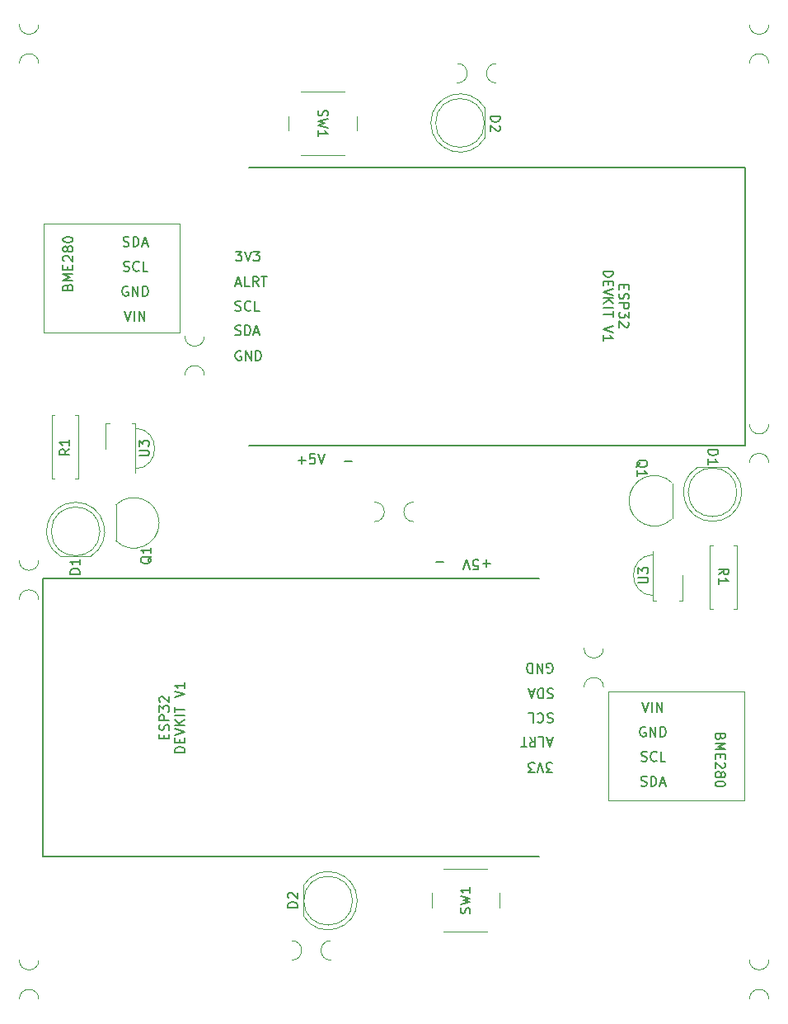
<source format=gbr>
%TF.GenerationSoftware,KiCad,Pcbnew,8.0.1*%
%TF.CreationDate,2024-04-19T12:23:10+07:00*%
%TF.ProjectId,AC_controller_print,41435f63-6f6e-4747-926f-6c6c65725f70,v3.0*%
%TF.SameCoordinates,Original*%
%TF.FileFunction,Legend,Top*%
%TF.FilePolarity,Positive*%
%FSLAX46Y46*%
G04 Gerber Fmt 4.6, Leading zero omitted, Abs format (unit mm)*
G04 Created by KiCad (PCBNEW 8.0.1) date 2024-04-19 12:23:10*
%MOMM*%
%LPD*%
G01*
G04 APERTURE LIST*
%ADD10C,0.187500*%
%ADD11C,0.150000*%
%ADD12C,0.120000*%
%ADD13C,0.127000*%
%ADD14C,0.100000*%
G04 APERTURE END LIST*
D10*
X130225884Y-68317143D02*
X130225884Y-68650476D01*
X129702074Y-68793333D02*
X129702074Y-68317143D01*
X129702074Y-68317143D02*
X130702074Y-68317143D01*
X130702074Y-68317143D02*
X130702074Y-68793333D01*
X129749694Y-69174286D02*
X129702074Y-69317143D01*
X129702074Y-69317143D02*
X129702074Y-69555238D01*
X129702074Y-69555238D02*
X129749694Y-69650476D01*
X129749694Y-69650476D02*
X129797313Y-69698095D01*
X129797313Y-69698095D02*
X129892551Y-69745714D01*
X129892551Y-69745714D02*
X129987789Y-69745714D01*
X129987789Y-69745714D02*
X130083027Y-69698095D01*
X130083027Y-69698095D02*
X130130646Y-69650476D01*
X130130646Y-69650476D02*
X130178265Y-69555238D01*
X130178265Y-69555238D02*
X130225884Y-69364762D01*
X130225884Y-69364762D02*
X130273503Y-69269524D01*
X130273503Y-69269524D02*
X130321122Y-69221905D01*
X130321122Y-69221905D02*
X130416360Y-69174286D01*
X130416360Y-69174286D02*
X130511598Y-69174286D01*
X130511598Y-69174286D02*
X130606836Y-69221905D01*
X130606836Y-69221905D02*
X130654455Y-69269524D01*
X130654455Y-69269524D02*
X130702074Y-69364762D01*
X130702074Y-69364762D02*
X130702074Y-69602857D01*
X130702074Y-69602857D02*
X130654455Y-69745714D01*
X129702074Y-70174286D02*
X130702074Y-70174286D01*
X130702074Y-70174286D02*
X130702074Y-70555238D01*
X130702074Y-70555238D02*
X130654455Y-70650476D01*
X130654455Y-70650476D02*
X130606836Y-70698095D01*
X130606836Y-70698095D02*
X130511598Y-70745714D01*
X130511598Y-70745714D02*
X130368741Y-70745714D01*
X130368741Y-70745714D02*
X130273503Y-70698095D01*
X130273503Y-70698095D02*
X130225884Y-70650476D01*
X130225884Y-70650476D02*
X130178265Y-70555238D01*
X130178265Y-70555238D02*
X130178265Y-70174286D01*
X130702074Y-71079048D02*
X130702074Y-71698095D01*
X130702074Y-71698095D02*
X130321122Y-71364762D01*
X130321122Y-71364762D02*
X130321122Y-71507619D01*
X130321122Y-71507619D02*
X130273503Y-71602857D01*
X130273503Y-71602857D02*
X130225884Y-71650476D01*
X130225884Y-71650476D02*
X130130646Y-71698095D01*
X130130646Y-71698095D02*
X129892551Y-71698095D01*
X129892551Y-71698095D02*
X129797313Y-71650476D01*
X129797313Y-71650476D02*
X129749694Y-71602857D01*
X129749694Y-71602857D02*
X129702074Y-71507619D01*
X129702074Y-71507619D02*
X129702074Y-71221905D01*
X129702074Y-71221905D02*
X129749694Y-71126667D01*
X129749694Y-71126667D02*
X129797313Y-71079048D01*
X130606836Y-72079048D02*
X130654455Y-72126667D01*
X130654455Y-72126667D02*
X130702074Y-72221905D01*
X130702074Y-72221905D02*
X130702074Y-72460000D01*
X130702074Y-72460000D02*
X130654455Y-72555238D01*
X130654455Y-72555238D02*
X130606836Y-72602857D01*
X130606836Y-72602857D02*
X130511598Y-72650476D01*
X130511598Y-72650476D02*
X130416360Y-72650476D01*
X130416360Y-72650476D02*
X130273503Y-72602857D01*
X130273503Y-72602857D02*
X129702074Y-72031429D01*
X129702074Y-72031429D02*
X129702074Y-72650476D01*
X128092130Y-66912381D02*
X129092130Y-66912381D01*
X129092130Y-66912381D02*
X129092130Y-67150476D01*
X129092130Y-67150476D02*
X129044511Y-67293333D01*
X129044511Y-67293333D02*
X128949273Y-67388571D01*
X128949273Y-67388571D02*
X128854035Y-67436190D01*
X128854035Y-67436190D02*
X128663559Y-67483809D01*
X128663559Y-67483809D02*
X128520702Y-67483809D01*
X128520702Y-67483809D02*
X128330226Y-67436190D01*
X128330226Y-67436190D02*
X128234988Y-67388571D01*
X128234988Y-67388571D02*
X128139750Y-67293333D01*
X128139750Y-67293333D02*
X128092130Y-67150476D01*
X128092130Y-67150476D02*
X128092130Y-66912381D01*
X128615940Y-67912381D02*
X128615940Y-68245714D01*
X128092130Y-68388571D02*
X128092130Y-67912381D01*
X128092130Y-67912381D02*
X129092130Y-67912381D01*
X129092130Y-67912381D02*
X129092130Y-68388571D01*
X129092130Y-68674286D02*
X128092130Y-69007619D01*
X128092130Y-69007619D02*
X129092130Y-69340952D01*
X128092130Y-69674286D02*
X129092130Y-69674286D01*
X128092130Y-70245714D02*
X128663559Y-69817143D01*
X129092130Y-70245714D02*
X128520702Y-69674286D01*
X128092130Y-70674286D02*
X129092130Y-70674286D01*
X129092130Y-71007619D02*
X129092130Y-71579047D01*
X128092130Y-71293333D02*
X129092130Y-71293333D01*
X129092130Y-72531429D02*
X128092130Y-72864762D01*
X128092130Y-72864762D02*
X129092130Y-73198095D01*
X128092130Y-74055238D02*
X128092130Y-73483810D01*
X128092130Y-73769524D02*
X129092130Y-73769524D01*
X129092130Y-73769524D02*
X128949273Y-73674286D01*
X128949273Y-73674286D02*
X128854035Y-73579048D01*
X128854035Y-73579048D02*
X128806416Y-73483810D01*
D11*
X90850588Y-75107438D02*
X90755350Y-75059819D01*
X90755350Y-75059819D02*
X90612493Y-75059819D01*
X90612493Y-75059819D02*
X90469636Y-75107438D01*
X90469636Y-75107438D02*
X90374398Y-75202676D01*
X90374398Y-75202676D02*
X90326779Y-75297914D01*
X90326779Y-75297914D02*
X90279160Y-75488390D01*
X90279160Y-75488390D02*
X90279160Y-75631247D01*
X90279160Y-75631247D02*
X90326779Y-75821723D01*
X90326779Y-75821723D02*
X90374398Y-75916961D01*
X90374398Y-75916961D02*
X90469636Y-76012200D01*
X90469636Y-76012200D02*
X90612493Y-76059819D01*
X90612493Y-76059819D02*
X90707731Y-76059819D01*
X90707731Y-76059819D02*
X90850588Y-76012200D01*
X90850588Y-76012200D02*
X90898207Y-75964580D01*
X90898207Y-75964580D02*
X90898207Y-75631247D01*
X90898207Y-75631247D02*
X90707731Y-75631247D01*
X91326779Y-76059819D02*
X91326779Y-75059819D01*
X91326779Y-75059819D02*
X91898207Y-76059819D01*
X91898207Y-76059819D02*
X91898207Y-75059819D01*
X92374398Y-76059819D02*
X92374398Y-75059819D01*
X92374398Y-75059819D02*
X92612493Y-75059819D01*
X92612493Y-75059819D02*
X92755350Y-75107438D01*
X92755350Y-75107438D02*
X92850588Y-75202676D01*
X92850588Y-75202676D02*
X92898207Y-75297914D01*
X92898207Y-75297914D02*
X92945826Y-75488390D01*
X92945826Y-75488390D02*
X92945826Y-75631247D01*
X92945826Y-75631247D02*
X92898207Y-75821723D01*
X92898207Y-75821723D02*
X92850588Y-75916961D01*
X92850588Y-75916961D02*
X92755350Y-76012200D01*
X92755350Y-76012200D02*
X92612493Y-76059819D01*
X92612493Y-76059819D02*
X92374398Y-76059819D01*
X101537733Y-86411795D02*
X102299638Y-86411795D01*
X90279160Y-73412200D02*
X90422017Y-73459819D01*
X90422017Y-73459819D02*
X90660112Y-73459819D01*
X90660112Y-73459819D02*
X90755350Y-73412200D01*
X90755350Y-73412200D02*
X90802969Y-73364580D01*
X90802969Y-73364580D02*
X90850588Y-73269342D01*
X90850588Y-73269342D02*
X90850588Y-73174104D01*
X90850588Y-73174104D02*
X90802969Y-73078866D01*
X90802969Y-73078866D02*
X90755350Y-73031247D01*
X90755350Y-73031247D02*
X90660112Y-72983628D01*
X90660112Y-72983628D02*
X90469636Y-72936009D01*
X90469636Y-72936009D02*
X90374398Y-72888390D01*
X90374398Y-72888390D02*
X90326779Y-72840771D01*
X90326779Y-72840771D02*
X90279160Y-72745533D01*
X90279160Y-72745533D02*
X90279160Y-72650295D01*
X90279160Y-72650295D02*
X90326779Y-72555057D01*
X90326779Y-72555057D02*
X90374398Y-72507438D01*
X90374398Y-72507438D02*
X90469636Y-72459819D01*
X90469636Y-72459819D02*
X90707731Y-72459819D01*
X90707731Y-72459819D02*
X90850588Y-72507438D01*
X91279160Y-73459819D02*
X91279160Y-72459819D01*
X91279160Y-72459819D02*
X91517255Y-72459819D01*
X91517255Y-72459819D02*
X91660112Y-72507438D01*
X91660112Y-72507438D02*
X91755350Y-72602676D01*
X91755350Y-72602676D02*
X91802969Y-72697914D01*
X91802969Y-72697914D02*
X91850588Y-72888390D01*
X91850588Y-72888390D02*
X91850588Y-73031247D01*
X91850588Y-73031247D02*
X91802969Y-73221723D01*
X91802969Y-73221723D02*
X91755350Y-73316961D01*
X91755350Y-73316961D02*
X91660112Y-73412200D01*
X91660112Y-73412200D02*
X91517255Y-73459819D01*
X91517255Y-73459819D02*
X91279160Y-73459819D01*
X92231541Y-73174104D02*
X92707731Y-73174104D01*
X92136303Y-73459819D02*
X92469636Y-72459819D01*
X92469636Y-72459819D02*
X92802969Y-73459819D01*
X90331541Y-64859819D02*
X90950588Y-64859819D01*
X90950588Y-64859819D02*
X90617255Y-65240771D01*
X90617255Y-65240771D02*
X90760112Y-65240771D01*
X90760112Y-65240771D02*
X90855350Y-65288390D01*
X90855350Y-65288390D02*
X90902969Y-65336009D01*
X90902969Y-65336009D02*
X90950588Y-65431247D01*
X90950588Y-65431247D02*
X90950588Y-65669342D01*
X90950588Y-65669342D02*
X90902969Y-65764580D01*
X90902969Y-65764580D02*
X90855350Y-65812200D01*
X90855350Y-65812200D02*
X90760112Y-65859819D01*
X90760112Y-65859819D02*
X90474398Y-65859819D01*
X90474398Y-65859819D02*
X90379160Y-65812200D01*
X90379160Y-65812200D02*
X90331541Y-65764580D01*
X91236303Y-64859819D02*
X91569636Y-65859819D01*
X91569636Y-65859819D02*
X91902969Y-64859819D01*
X92141065Y-64859819D02*
X92760112Y-64859819D01*
X92760112Y-64859819D02*
X92426779Y-65240771D01*
X92426779Y-65240771D02*
X92569636Y-65240771D01*
X92569636Y-65240771D02*
X92664874Y-65288390D01*
X92664874Y-65288390D02*
X92712493Y-65336009D01*
X92712493Y-65336009D02*
X92760112Y-65431247D01*
X92760112Y-65431247D02*
X92760112Y-65669342D01*
X92760112Y-65669342D02*
X92712493Y-65764580D01*
X92712493Y-65764580D02*
X92664874Y-65812200D01*
X92664874Y-65812200D02*
X92569636Y-65859819D01*
X92569636Y-65859819D02*
X92283922Y-65859819D01*
X92283922Y-65859819D02*
X92188684Y-65812200D01*
X92188684Y-65812200D02*
X92141065Y-65764580D01*
X90279160Y-70912200D02*
X90422017Y-70959819D01*
X90422017Y-70959819D02*
X90660112Y-70959819D01*
X90660112Y-70959819D02*
X90755350Y-70912200D01*
X90755350Y-70912200D02*
X90802969Y-70864580D01*
X90802969Y-70864580D02*
X90850588Y-70769342D01*
X90850588Y-70769342D02*
X90850588Y-70674104D01*
X90850588Y-70674104D02*
X90802969Y-70578866D01*
X90802969Y-70578866D02*
X90755350Y-70531247D01*
X90755350Y-70531247D02*
X90660112Y-70483628D01*
X90660112Y-70483628D02*
X90469636Y-70436009D01*
X90469636Y-70436009D02*
X90374398Y-70388390D01*
X90374398Y-70388390D02*
X90326779Y-70340771D01*
X90326779Y-70340771D02*
X90279160Y-70245533D01*
X90279160Y-70245533D02*
X90279160Y-70150295D01*
X90279160Y-70150295D02*
X90326779Y-70055057D01*
X90326779Y-70055057D02*
X90374398Y-70007438D01*
X90374398Y-70007438D02*
X90469636Y-69959819D01*
X90469636Y-69959819D02*
X90707731Y-69959819D01*
X90707731Y-69959819D02*
X90850588Y-70007438D01*
X91850588Y-70864580D02*
X91802969Y-70912200D01*
X91802969Y-70912200D02*
X91660112Y-70959819D01*
X91660112Y-70959819D02*
X91564874Y-70959819D01*
X91564874Y-70959819D02*
X91422017Y-70912200D01*
X91422017Y-70912200D02*
X91326779Y-70816961D01*
X91326779Y-70816961D02*
X91279160Y-70721723D01*
X91279160Y-70721723D02*
X91231541Y-70531247D01*
X91231541Y-70531247D02*
X91231541Y-70388390D01*
X91231541Y-70388390D02*
X91279160Y-70197914D01*
X91279160Y-70197914D02*
X91326779Y-70102676D01*
X91326779Y-70102676D02*
X91422017Y-70007438D01*
X91422017Y-70007438D02*
X91564874Y-69959819D01*
X91564874Y-69959819D02*
X91660112Y-69959819D01*
X91660112Y-69959819D02*
X91802969Y-70007438D01*
X91802969Y-70007438D02*
X91850588Y-70055057D01*
X92755350Y-70959819D02*
X92279160Y-70959819D01*
X92279160Y-70959819D02*
X92279160Y-69959819D01*
D10*
X140115940Y-114654783D02*
X140068321Y-114797640D01*
X140068321Y-114797640D02*
X140020702Y-114845259D01*
X140020702Y-114845259D02*
X139925464Y-114892878D01*
X139925464Y-114892878D02*
X139782607Y-114892878D01*
X139782607Y-114892878D02*
X139687369Y-114845259D01*
X139687369Y-114845259D02*
X139639750Y-114797640D01*
X139639750Y-114797640D02*
X139592130Y-114702402D01*
X139592130Y-114702402D02*
X139592130Y-114321450D01*
X139592130Y-114321450D02*
X140592130Y-114321450D01*
X140592130Y-114321450D02*
X140592130Y-114654783D01*
X140592130Y-114654783D02*
X140544511Y-114750021D01*
X140544511Y-114750021D02*
X140496892Y-114797640D01*
X140496892Y-114797640D02*
X140401654Y-114845259D01*
X140401654Y-114845259D02*
X140306416Y-114845259D01*
X140306416Y-114845259D02*
X140211178Y-114797640D01*
X140211178Y-114797640D02*
X140163559Y-114750021D01*
X140163559Y-114750021D02*
X140115940Y-114654783D01*
X140115940Y-114654783D02*
X140115940Y-114321450D01*
X139592130Y-115321450D02*
X140592130Y-115321450D01*
X140592130Y-115321450D02*
X139877845Y-115654783D01*
X139877845Y-115654783D02*
X140592130Y-115988116D01*
X140592130Y-115988116D02*
X139592130Y-115988116D01*
X140115940Y-116464307D02*
X140115940Y-116797640D01*
X139592130Y-116940497D02*
X139592130Y-116464307D01*
X139592130Y-116464307D02*
X140592130Y-116464307D01*
X140592130Y-116464307D02*
X140592130Y-116940497D01*
X140496892Y-117321450D02*
X140544511Y-117369069D01*
X140544511Y-117369069D02*
X140592130Y-117464307D01*
X140592130Y-117464307D02*
X140592130Y-117702402D01*
X140592130Y-117702402D02*
X140544511Y-117797640D01*
X140544511Y-117797640D02*
X140496892Y-117845259D01*
X140496892Y-117845259D02*
X140401654Y-117892878D01*
X140401654Y-117892878D02*
X140306416Y-117892878D01*
X140306416Y-117892878D02*
X140163559Y-117845259D01*
X140163559Y-117845259D02*
X139592130Y-117273831D01*
X139592130Y-117273831D02*
X139592130Y-117892878D01*
X140163559Y-118464307D02*
X140211178Y-118369069D01*
X140211178Y-118369069D02*
X140258797Y-118321450D01*
X140258797Y-118321450D02*
X140354035Y-118273831D01*
X140354035Y-118273831D02*
X140401654Y-118273831D01*
X140401654Y-118273831D02*
X140496892Y-118321450D01*
X140496892Y-118321450D02*
X140544511Y-118369069D01*
X140544511Y-118369069D02*
X140592130Y-118464307D01*
X140592130Y-118464307D02*
X140592130Y-118654783D01*
X140592130Y-118654783D02*
X140544511Y-118750021D01*
X140544511Y-118750021D02*
X140496892Y-118797640D01*
X140496892Y-118797640D02*
X140401654Y-118845259D01*
X140401654Y-118845259D02*
X140354035Y-118845259D01*
X140354035Y-118845259D02*
X140258797Y-118797640D01*
X140258797Y-118797640D02*
X140211178Y-118750021D01*
X140211178Y-118750021D02*
X140163559Y-118654783D01*
X140163559Y-118654783D02*
X140163559Y-118464307D01*
X140163559Y-118464307D02*
X140115940Y-118369069D01*
X140115940Y-118369069D02*
X140068321Y-118321450D01*
X140068321Y-118321450D02*
X139973083Y-118273831D01*
X139973083Y-118273831D02*
X139782607Y-118273831D01*
X139782607Y-118273831D02*
X139687369Y-118321450D01*
X139687369Y-118321450D02*
X139639750Y-118369069D01*
X139639750Y-118369069D02*
X139592130Y-118464307D01*
X139592130Y-118464307D02*
X139592130Y-118654783D01*
X139592130Y-118654783D02*
X139639750Y-118750021D01*
X139639750Y-118750021D02*
X139687369Y-118797640D01*
X139687369Y-118797640D02*
X139782607Y-118845259D01*
X139782607Y-118845259D02*
X139973083Y-118845259D01*
X139973083Y-118845259D02*
X140068321Y-118797640D01*
X140068321Y-118797640D02*
X140115940Y-118750021D01*
X140115940Y-118750021D02*
X140163559Y-118654783D01*
X140592130Y-119464307D02*
X140592130Y-119559545D01*
X140592130Y-119559545D02*
X140544511Y-119654783D01*
X140544511Y-119654783D02*
X140496892Y-119702402D01*
X140496892Y-119702402D02*
X140401654Y-119750021D01*
X140401654Y-119750021D02*
X140211178Y-119797640D01*
X140211178Y-119797640D02*
X139973083Y-119797640D01*
X139973083Y-119797640D02*
X139782607Y-119750021D01*
X139782607Y-119750021D02*
X139687369Y-119702402D01*
X139687369Y-119702402D02*
X139639750Y-119654783D01*
X139639750Y-119654783D02*
X139592130Y-119559545D01*
X139592130Y-119559545D02*
X139592130Y-119464307D01*
X139592130Y-119464307D02*
X139639750Y-119369069D01*
X139639750Y-119369069D02*
X139687369Y-119321450D01*
X139687369Y-119321450D02*
X139782607Y-119273831D01*
X139782607Y-119273831D02*
X139973083Y-119226212D01*
X139973083Y-119226212D02*
X140211178Y-119226212D01*
X140211178Y-119226212D02*
X140401654Y-119273831D01*
X140401654Y-119273831D02*
X140496892Y-119321450D01*
X140496892Y-119321450D02*
X140544511Y-119369069D01*
X140544511Y-119369069D02*
X140592130Y-119464307D01*
D11*
X90379160Y-68174104D02*
X90855350Y-68174104D01*
X90283922Y-68459819D02*
X90617255Y-67459819D01*
X90617255Y-67459819D02*
X90950588Y-68459819D01*
X91760112Y-68459819D02*
X91283922Y-68459819D01*
X91283922Y-68459819D02*
X91283922Y-67459819D01*
X92664874Y-68459819D02*
X92331541Y-67983628D01*
X92093446Y-68459819D02*
X92093446Y-67459819D01*
X92093446Y-67459819D02*
X92474398Y-67459819D01*
X92474398Y-67459819D02*
X92569636Y-67507438D01*
X92569636Y-67507438D02*
X92617255Y-67555057D01*
X92617255Y-67555057D02*
X92664874Y-67650295D01*
X92664874Y-67650295D02*
X92664874Y-67793152D01*
X92664874Y-67793152D02*
X92617255Y-67888390D01*
X92617255Y-67888390D02*
X92569636Y-67936009D01*
X92569636Y-67936009D02*
X92474398Y-67983628D01*
X92474398Y-67983628D02*
X92093446Y-67983628D01*
X92950589Y-67459819D02*
X93522017Y-67459819D01*
X93236303Y-68459819D02*
X93236303Y-67459819D01*
X96732733Y-86291795D02*
X97494638Y-86291795D01*
X97113685Y-86672748D02*
X97113685Y-85910843D01*
X98447018Y-85672748D02*
X97970828Y-85672748D01*
X97970828Y-85672748D02*
X97923209Y-86148938D01*
X97923209Y-86148938D02*
X97970828Y-86101319D01*
X97970828Y-86101319D02*
X98066066Y-86053700D01*
X98066066Y-86053700D02*
X98304161Y-86053700D01*
X98304161Y-86053700D02*
X98399399Y-86101319D01*
X98399399Y-86101319D02*
X98447018Y-86148938D01*
X98447018Y-86148938D02*
X98494637Y-86244176D01*
X98494637Y-86244176D02*
X98494637Y-86482271D01*
X98494637Y-86482271D02*
X98447018Y-86577509D01*
X98447018Y-86577509D02*
X98399399Y-86625129D01*
X98399399Y-86625129D02*
X98304161Y-86672748D01*
X98304161Y-86672748D02*
X98066066Y-86672748D01*
X98066066Y-86672748D02*
X97970828Y-86625129D01*
X97970828Y-86625129D02*
X97923209Y-86577509D01*
X98780352Y-85672748D02*
X99113685Y-86672748D01*
X99113685Y-86672748D02*
X99447018Y-85672748D01*
D10*
X82954115Y-114862856D02*
X82954115Y-114529523D01*
X83477925Y-114386666D02*
X83477925Y-114862856D01*
X83477925Y-114862856D02*
X82477925Y-114862856D01*
X82477925Y-114862856D02*
X82477925Y-114386666D01*
X83430306Y-114005713D02*
X83477925Y-113862856D01*
X83477925Y-113862856D02*
X83477925Y-113624761D01*
X83477925Y-113624761D02*
X83430306Y-113529523D01*
X83430306Y-113529523D02*
X83382686Y-113481904D01*
X83382686Y-113481904D02*
X83287448Y-113434285D01*
X83287448Y-113434285D02*
X83192210Y-113434285D01*
X83192210Y-113434285D02*
X83096972Y-113481904D01*
X83096972Y-113481904D02*
X83049353Y-113529523D01*
X83049353Y-113529523D02*
X83001734Y-113624761D01*
X83001734Y-113624761D02*
X82954115Y-113815237D01*
X82954115Y-113815237D02*
X82906496Y-113910475D01*
X82906496Y-113910475D02*
X82858877Y-113958094D01*
X82858877Y-113958094D02*
X82763639Y-114005713D01*
X82763639Y-114005713D02*
X82668401Y-114005713D01*
X82668401Y-114005713D02*
X82573163Y-113958094D01*
X82573163Y-113958094D02*
X82525544Y-113910475D01*
X82525544Y-113910475D02*
X82477925Y-113815237D01*
X82477925Y-113815237D02*
X82477925Y-113577142D01*
X82477925Y-113577142D02*
X82525544Y-113434285D01*
X83477925Y-113005713D02*
X82477925Y-113005713D01*
X82477925Y-113005713D02*
X82477925Y-112624761D01*
X82477925Y-112624761D02*
X82525544Y-112529523D01*
X82525544Y-112529523D02*
X82573163Y-112481904D01*
X82573163Y-112481904D02*
X82668401Y-112434285D01*
X82668401Y-112434285D02*
X82811258Y-112434285D01*
X82811258Y-112434285D02*
X82906496Y-112481904D01*
X82906496Y-112481904D02*
X82954115Y-112529523D01*
X82954115Y-112529523D02*
X83001734Y-112624761D01*
X83001734Y-112624761D02*
X83001734Y-113005713D01*
X82477925Y-112100951D02*
X82477925Y-111481904D01*
X82477925Y-111481904D02*
X82858877Y-111815237D01*
X82858877Y-111815237D02*
X82858877Y-111672380D01*
X82858877Y-111672380D02*
X82906496Y-111577142D01*
X82906496Y-111577142D02*
X82954115Y-111529523D01*
X82954115Y-111529523D02*
X83049353Y-111481904D01*
X83049353Y-111481904D02*
X83287448Y-111481904D01*
X83287448Y-111481904D02*
X83382686Y-111529523D01*
X83382686Y-111529523D02*
X83430306Y-111577142D01*
X83430306Y-111577142D02*
X83477925Y-111672380D01*
X83477925Y-111672380D02*
X83477925Y-111958094D01*
X83477925Y-111958094D02*
X83430306Y-112053332D01*
X83430306Y-112053332D02*
X83382686Y-112100951D01*
X82573163Y-111100951D02*
X82525544Y-111053332D01*
X82525544Y-111053332D02*
X82477925Y-110958094D01*
X82477925Y-110958094D02*
X82477925Y-110719999D01*
X82477925Y-110719999D02*
X82525544Y-110624761D01*
X82525544Y-110624761D02*
X82573163Y-110577142D01*
X82573163Y-110577142D02*
X82668401Y-110529523D01*
X82668401Y-110529523D02*
X82763639Y-110529523D01*
X82763639Y-110529523D02*
X82906496Y-110577142D01*
X82906496Y-110577142D02*
X83477925Y-111148570D01*
X83477925Y-111148570D02*
X83477925Y-110529523D01*
X85087869Y-116267618D02*
X84087869Y-116267618D01*
X84087869Y-116267618D02*
X84087869Y-116029523D01*
X84087869Y-116029523D02*
X84135488Y-115886666D01*
X84135488Y-115886666D02*
X84230726Y-115791428D01*
X84230726Y-115791428D02*
X84325964Y-115743809D01*
X84325964Y-115743809D02*
X84516440Y-115696190D01*
X84516440Y-115696190D02*
X84659297Y-115696190D01*
X84659297Y-115696190D02*
X84849773Y-115743809D01*
X84849773Y-115743809D02*
X84945011Y-115791428D01*
X84945011Y-115791428D02*
X85040250Y-115886666D01*
X85040250Y-115886666D02*
X85087869Y-116029523D01*
X85087869Y-116029523D02*
X85087869Y-116267618D01*
X84564059Y-115267618D02*
X84564059Y-114934285D01*
X85087869Y-114791428D02*
X85087869Y-115267618D01*
X85087869Y-115267618D02*
X84087869Y-115267618D01*
X84087869Y-115267618D02*
X84087869Y-114791428D01*
X84087869Y-114505713D02*
X85087869Y-114172380D01*
X85087869Y-114172380D02*
X84087869Y-113839047D01*
X85087869Y-113505713D02*
X84087869Y-113505713D01*
X85087869Y-112934285D02*
X84516440Y-113362856D01*
X84087869Y-112934285D02*
X84659297Y-113505713D01*
X85087869Y-112505713D02*
X84087869Y-112505713D01*
X84087869Y-112172380D02*
X84087869Y-111600952D01*
X85087869Y-111886666D02*
X84087869Y-111886666D01*
X84087869Y-110648570D02*
X85087869Y-110315237D01*
X85087869Y-110315237D02*
X84087869Y-109981904D01*
X85087869Y-109124761D02*
X85087869Y-109696189D01*
X85087869Y-109410475D02*
X84087869Y-109410475D01*
X84087869Y-109410475D02*
X84230726Y-109505713D01*
X84230726Y-109505713D02*
X84325964Y-109600951D01*
X84325964Y-109600951D02*
X84373583Y-109696189D01*
D11*
X122329411Y-108072561D02*
X122424649Y-108120180D01*
X122424649Y-108120180D02*
X122567506Y-108120180D01*
X122567506Y-108120180D02*
X122710363Y-108072561D01*
X122710363Y-108072561D02*
X122805601Y-107977323D01*
X122805601Y-107977323D02*
X122853220Y-107882085D01*
X122853220Y-107882085D02*
X122900839Y-107691609D01*
X122900839Y-107691609D02*
X122900839Y-107548752D01*
X122900839Y-107548752D02*
X122853220Y-107358276D01*
X122853220Y-107358276D02*
X122805601Y-107263038D01*
X122805601Y-107263038D02*
X122710363Y-107167800D01*
X122710363Y-107167800D02*
X122567506Y-107120180D01*
X122567506Y-107120180D02*
X122472268Y-107120180D01*
X122472268Y-107120180D02*
X122329411Y-107167800D01*
X122329411Y-107167800D02*
X122281792Y-107215419D01*
X122281792Y-107215419D02*
X122281792Y-107548752D01*
X122281792Y-107548752D02*
X122472268Y-107548752D01*
X121853220Y-107120180D02*
X121853220Y-108120180D01*
X121853220Y-108120180D02*
X121281792Y-107120180D01*
X121281792Y-107120180D02*
X121281792Y-108120180D01*
X120805601Y-107120180D02*
X120805601Y-108120180D01*
X120805601Y-108120180D02*
X120567506Y-108120180D01*
X120567506Y-108120180D02*
X120424649Y-108072561D01*
X120424649Y-108072561D02*
X120329411Y-107977323D01*
X120329411Y-107977323D02*
X120281792Y-107882085D01*
X120281792Y-107882085D02*
X120234173Y-107691609D01*
X120234173Y-107691609D02*
X120234173Y-107548752D01*
X120234173Y-107548752D02*
X120281792Y-107358276D01*
X120281792Y-107358276D02*
X120329411Y-107263038D01*
X120329411Y-107263038D02*
X120424649Y-107167800D01*
X120424649Y-107167800D02*
X120567506Y-107120180D01*
X120567506Y-107120180D02*
X120805601Y-107120180D01*
X111642266Y-96768204D02*
X110880362Y-96768204D01*
X122900839Y-109767800D02*
X122757982Y-109720180D01*
X122757982Y-109720180D02*
X122519887Y-109720180D01*
X122519887Y-109720180D02*
X122424649Y-109767800D01*
X122424649Y-109767800D02*
X122377030Y-109815419D01*
X122377030Y-109815419D02*
X122329411Y-109910657D01*
X122329411Y-109910657D02*
X122329411Y-110005895D01*
X122329411Y-110005895D02*
X122377030Y-110101133D01*
X122377030Y-110101133D02*
X122424649Y-110148752D01*
X122424649Y-110148752D02*
X122519887Y-110196371D01*
X122519887Y-110196371D02*
X122710363Y-110243990D01*
X122710363Y-110243990D02*
X122805601Y-110291609D01*
X122805601Y-110291609D02*
X122853220Y-110339228D01*
X122853220Y-110339228D02*
X122900839Y-110434466D01*
X122900839Y-110434466D02*
X122900839Y-110529704D01*
X122900839Y-110529704D02*
X122853220Y-110624942D01*
X122853220Y-110624942D02*
X122805601Y-110672561D01*
X122805601Y-110672561D02*
X122710363Y-110720180D01*
X122710363Y-110720180D02*
X122472268Y-110720180D01*
X122472268Y-110720180D02*
X122329411Y-110672561D01*
X121900839Y-109720180D02*
X121900839Y-110720180D01*
X121900839Y-110720180D02*
X121662744Y-110720180D01*
X121662744Y-110720180D02*
X121519887Y-110672561D01*
X121519887Y-110672561D02*
X121424649Y-110577323D01*
X121424649Y-110577323D02*
X121377030Y-110482085D01*
X121377030Y-110482085D02*
X121329411Y-110291609D01*
X121329411Y-110291609D02*
X121329411Y-110148752D01*
X121329411Y-110148752D02*
X121377030Y-109958276D01*
X121377030Y-109958276D02*
X121424649Y-109863038D01*
X121424649Y-109863038D02*
X121519887Y-109767800D01*
X121519887Y-109767800D02*
X121662744Y-109720180D01*
X121662744Y-109720180D02*
X121900839Y-109720180D01*
X120948458Y-110005895D02*
X120472268Y-110005895D01*
X121043696Y-109720180D02*
X120710363Y-110720180D01*
X120710363Y-110720180D02*
X120377030Y-109720180D01*
X122848458Y-118320180D02*
X122229411Y-118320180D01*
X122229411Y-118320180D02*
X122562744Y-117939228D01*
X122562744Y-117939228D02*
X122419887Y-117939228D01*
X122419887Y-117939228D02*
X122324649Y-117891609D01*
X122324649Y-117891609D02*
X122277030Y-117843990D01*
X122277030Y-117843990D02*
X122229411Y-117748752D01*
X122229411Y-117748752D02*
X122229411Y-117510657D01*
X122229411Y-117510657D02*
X122277030Y-117415419D01*
X122277030Y-117415419D02*
X122324649Y-117367800D01*
X122324649Y-117367800D02*
X122419887Y-117320180D01*
X122419887Y-117320180D02*
X122705601Y-117320180D01*
X122705601Y-117320180D02*
X122800839Y-117367800D01*
X122800839Y-117367800D02*
X122848458Y-117415419D01*
X121943696Y-118320180D02*
X121610363Y-117320180D01*
X121610363Y-117320180D02*
X121277030Y-118320180D01*
X121038934Y-118320180D02*
X120419887Y-118320180D01*
X120419887Y-118320180D02*
X120753220Y-117939228D01*
X120753220Y-117939228D02*
X120610363Y-117939228D01*
X120610363Y-117939228D02*
X120515125Y-117891609D01*
X120515125Y-117891609D02*
X120467506Y-117843990D01*
X120467506Y-117843990D02*
X120419887Y-117748752D01*
X120419887Y-117748752D02*
X120419887Y-117510657D01*
X120419887Y-117510657D02*
X120467506Y-117415419D01*
X120467506Y-117415419D02*
X120515125Y-117367800D01*
X120515125Y-117367800D02*
X120610363Y-117320180D01*
X120610363Y-117320180D02*
X120896077Y-117320180D01*
X120896077Y-117320180D02*
X120991315Y-117367800D01*
X120991315Y-117367800D02*
X121038934Y-117415419D01*
X122900839Y-112267800D02*
X122757982Y-112220180D01*
X122757982Y-112220180D02*
X122519887Y-112220180D01*
X122519887Y-112220180D02*
X122424649Y-112267800D01*
X122424649Y-112267800D02*
X122377030Y-112315419D01*
X122377030Y-112315419D02*
X122329411Y-112410657D01*
X122329411Y-112410657D02*
X122329411Y-112505895D01*
X122329411Y-112505895D02*
X122377030Y-112601133D01*
X122377030Y-112601133D02*
X122424649Y-112648752D01*
X122424649Y-112648752D02*
X122519887Y-112696371D01*
X122519887Y-112696371D02*
X122710363Y-112743990D01*
X122710363Y-112743990D02*
X122805601Y-112791609D01*
X122805601Y-112791609D02*
X122853220Y-112839228D01*
X122853220Y-112839228D02*
X122900839Y-112934466D01*
X122900839Y-112934466D02*
X122900839Y-113029704D01*
X122900839Y-113029704D02*
X122853220Y-113124942D01*
X122853220Y-113124942D02*
X122805601Y-113172561D01*
X122805601Y-113172561D02*
X122710363Y-113220180D01*
X122710363Y-113220180D02*
X122472268Y-113220180D01*
X122472268Y-113220180D02*
X122329411Y-113172561D01*
X121329411Y-112315419D02*
X121377030Y-112267800D01*
X121377030Y-112267800D02*
X121519887Y-112220180D01*
X121519887Y-112220180D02*
X121615125Y-112220180D01*
X121615125Y-112220180D02*
X121757982Y-112267800D01*
X121757982Y-112267800D02*
X121853220Y-112363038D01*
X121853220Y-112363038D02*
X121900839Y-112458276D01*
X121900839Y-112458276D02*
X121948458Y-112648752D01*
X121948458Y-112648752D02*
X121948458Y-112791609D01*
X121948458Y-112791609D02*
X121900839Y-112982085D01*
X121900839Y-112982085D02*
X121853220Y-113077323D01*
X121853220Y-113077323D02*
X121757982Y-113172561D01*
X121757982Y-113172561D02*
X121615125Y-113220180D01*
X121615125Y-113220180D02*
X121519887Y-113220180D01*
X121519887Y-113220180D02*
X121377030Y-113172561D01*
X121377030Y-113172561D02*
X121329411Y-113124942D01*
X120424649Y-112220180D02*
X120900839Y-112220180D01*
X120900839Y-112220180D02*
X120900839Y-113220180D01*
D10*
X73064059Y-68525216D02*
X73111678Y-68382359D01*
X73111678Y-68382359D02*
X73159297Y-68334740D01*
X73159297Y-68334740D02*
X73254535Y-68287121D01*
X73254535Y-68287121D02*
X73397392Y-68287121D01*
X73397392Y-68287121D02*
X73492630Y-68334740D01*
X73492630Y-68334740D02*
X73540250Y-68382359D01*
X73540250Y-68382359D02*
X73587869Y-68477597D01*
X73587869Y-68477597D02*
X73587869Y-68858549D01*
X73587869Y-68858549D02*
X72587869Y-68858549D01*
X72587869Y-68858549D02*
X72587869Y-68525216D01*
X72587869Y-68525216D02*
X72635488Y-68429978D01*
X72635488Y-68429978D02*
X72683107Y-68382359D01*
X72683107Y-68382359D02*
X72778345Y-68334740D01*
X72778345Y-68334740D02*
X72873583Y-68334740D01*
X72873583Y-68334740D02*
X72968821Y-68382359D01*
X72968821Y-68382359D02*
X73016440Y-68429978D01*
X73016440Y-68429978D02*
X73064059Y-68525216D01*
X73064059Y-68525216D02*
X73064059Y-68858549D01*
X73587869Y-67858549D02*
X72587869Y-67858549D01*
X72587869Y-67858549D02*
X73302154Y-67525216D01*
X73302154Y-67525216D02*
X72587869Y-67191883D01*
X72587869Y-67191883D02*
X73587869Y-67191883D01*
X73064059Y-66715692D02*
X73064059Y-66382359D01*
X73587869Y-66239502D02*
X73587869Y-66715692D01*
X73587869Y-66715692D02*
X72587869Y-66715692D01*
X72587869Y-66715692D02*
X72587869Y-66239502D01*
X72683107Y-65858549D02*
X72635488Y-65810930D01*
X72635488Y-65810930D02*
X72587869Y-65715692D01*
X72587869Y-65715692D02*
X72587869Y-65477597D01*
X72587869Y-65477597D02*
X72635488Y-65382359D01*
X72635488Y-65382359D02*
X72683107Y-65334740D01*
X72683107Y-65334740D02*
X72778345Y-65287121D01*
X72778345Y-65287121D02*
X72873583Y-65287121D01*
X72873583Y-65287121D02*
X73016440Y-65334740D01*
X73016440Y-65334740D02*
X73587869Y-65906168D01*
X73587869Y-65906168D02*
X73587869Y-65287121D01*
X73016440Y-64715692D02*
X72968821Y-64810930D01*
X72968821Y-64810930D02*
X72921202Y-64858549D01*
X72921202Y-64858549D02*
X72825964Y-64906168D01*
X72825964Y-64906168D02*
X72778345Y-64906168D01*
X72778345Y-64906168D02*
X72683107Y-64858549D01*
X72683107Y-64858549D02*
X72635488Y-64810930D01*
X72635488Y-64810930D02*
X72587869Y-64715692D01*
X72587869Y-64715692D02*
X72587869Y-64525216D01*
X72587869Y-64525216D02*
X72635488Y-64429978D01*
X72635488Y-64429978D02*
X72683107Y-64382359D01*
X72683107Y-64382359D02*
X72778345Y-64334740D01*
X72778345Y-64334740D02*
X72825964Y-64334740D01*
X72825964Y-64334740D02*
X72921202Y-64382359D01*
X72921202Y-64382359D02*
X72968821Y-64429978D01*
X72968821Y-64429978D02*
X73016440Y-64525216D01*
X73016440Y-64525216D02*
X73016440Y-64715692D01*
X73016440Y-64715692D02*
X73064059Y-64810930D01*
X73064059Y-64810930D02*
X73111678Y-64858549D01*
X73111678Y-64858549D02*
X73206916Y-64906168D01*
X73206916Y-64906168D02*
X73397392Y-64906168D01*
X73397392Y-64906168D02*
X73492630Y-64858549D01*
X73492630Y-64858549D02*
X73540250Y-64810930D01*
X73540250Y-64810930D02*
X73587869Y-64715692D01*
X73587869Y-64715692D02*
X73587869Y-64525216D01*
X73587869Y-64525216D02*
X73540250Y-64429978D01*
X73540250Y-64429978D02*
X73492630Y-64382359D01*
X73492630Y-64382359D02*
X73397392Y-64334740D01*
X73397392Y-64334740D02*
X73206916Y-64334740D01*
X73206916Y-64334740D02*
X73111678Y-64382359D01*
X73111678Y-64382359D02*
X73064059Y-64429978D01*
X73064059Y-64429978D02*
X73016440Y-64525216D01*
X72587869Y-63715692D02*
X72587869Y-63620454D01*
X72587869Y-63620454D02*
X72635488Y-63525216D01*
X72635488Y-63525216D02*
X72683107Y-63477597D01*
X72683107Y-63477597D02*
X72778345Y-63429978D01*
X72778345Y-63429978D02*
X72968821Y-63382359D01*
X72968821Y-63382359D02*
X73206916Y-63382359D01*
X73206916Y-63382359D02*
X73397392Y-63429978D01*
X73397392Y-63429978D02*
X73492630Y-63477597D01*
X73492630Y-63477597D02*
X73540250Y-63525216D01*
X73540250Y-63525216D02*
X73587869Y-63620454D01*
X73587869Y-63620454D02*
X73587869Y-63715692D01*
X73587869Y-63715692D02*
X73540250Y-63810930D01*
X73540250Y-63810930D02*
X73492630Y-63858549D01*
X73492630Y-63858549D02*
X73397392Y-63906168D01*
X73397392Y-63906168D02*
X73206916Y-63953787D01*
X73206916Y-63953787D02*
X72968821Y-63953787D01*
X72968821Y-63953787D02*
X72778345Y-63906168D01*
X72778345Y-63906168D02*
X72683107Y-63858549D01*
X72683107Y-63858549D02*
X72635488Y-63810930D01*
X72635488Y-63810930D02*
X72587869Y-63715692D01*
D11*
X122800839Y-115005895D02*
X122324649Y-115005895D01*
X122896077Y-114720180D02*
X122562744Y-115720180D01*
X122562744Y-115720180D02*
X122229411Y-114720180D01*
X121419887Y-114720180D02*
X121896077Y-114720180D01*
X121896077Y-114720180D02*
X121896077Y-115720180D01*
X120515125Y-114720180D02*
X120848458Y-115196371D01*
X121086553Y-114720180D02*
X121086553Y-115720180D01*
X121086553Y-115720180D02*
X120705601Y-115720180D01*
X120705601Y-115720180D02*
X120610363Y-115672561D01*
X120610363Y-115672561D02*
X120562744Y-115624942D01*
X120562744Y-115624942D02*
X120515125Y-115529704D01*
X120515125Y-115529704D02*
X120515125Y-115386847D01*
X120515125Y-115386847D02*
X120562744Y-115291609D01*
X120562744Y-115291609D02*
X120610363Y-115243990D01*
X120610363Y-115243990D02*
X120705601Y-115196371D01*
X120705601Y-115196371D02*
X121086553Y-115196371D01*
X120229410Y-115720180D02*
X119657982Y-115720180D01*
X119943696Y-114720180D02*
X119943696Y-115720180D01*
X116447266Y-96888204D02*
X115685362Y-96888204D01*
X116066314Y-96507251D02*
X116066314Y-97269156D01*
X114732981Y-97507251D02*
X115209171Y-97507251D01*
X115209171Y-97507251D02*
X115256790Y-97031061D01*
X115256790Y-97031061D02*
X115209171Y-97078680D01*
X115209171Y-97078680D02*
X115113933Y-97126299D01*
X115113933Y-97126299D02*
X114875838Y-97126299D01*
X114875838Y-97126299D02*
X114780600Y-97078680D01*
X114780600Y-97078680D02*
X114732981Y-97031061D01*
X114732981Y-97031061D02*
X114685362Y-96935823D01*
X114685362Y-96935823D02*
X114685362Y-96697728D01*
X114685362Y-96697728D02*
X114732981Y-96602490D01*
X114732981Y-96602490D02*
X114780600Y-96554871D01*
X114780600Y-96554871D02*
X114875838Y-96507251D01*
X114875838Y-96507251D02*
X115113933Y-96507251D01*
X115113933Y-96507251D02*
X115209171Y-96554871D01*
X115209171Y-96554871D02*
X115256790Y-96602490D01*
X114399647Y-97507251D02*
X114066314Y-96507251D01*
X114066314Y-96507251D02*
X113732981Y-97507251D01*
X116505180Y-51000219D02*
X117505180Y-51000219D01*
X117505180Y-51000219D02*
X117505180Y-51238314D01*
X117505180Y-51238314D02*
X117457561Y-51381171D01*
X117457561Y-51381171D02*
X117362323Y-51476409D01*
X117362323Y-51476409D02*
X117267085Y-51524028D01*
X117267085Y-51524028D02*
X117076609Y-51571647D01*
X117076609Y-51571647D02*
X116933752Y-51571647D01*
X116933752Y-51571647D02*
X116743276Y-51524028D01*
X116743276Y-51524028D02*
X116648038Y-51476409D01*
X116648038Y-51476409D02*
X116552800Y-51381171D01*
X116552800Y-51381171D02*
X116505180Y-51238314D01*
X116505180Y-51238314D02*
X116505180Y-51000219D01*
X117409942Y-51952600D02*
X117457561Y-52000219D01*
X117457561Y-52000219D02*
X117505180Y-52095457D01*
X117505180Y-52095457D02*
X117505180Y-52333552D01*
X117505180Y-52333552D02*
X117457561Y-52428790D01*
X117457561Y-52428790D02*
X117409942Y-52476409D01*
X117409942Y-52476409D02*
X117314704Y-52524028D01*
X117314704Y-52524028D02*
X117219466Y-52524028D01*
X117219466Y-52524028D02*
X117076609Y-52476409D01*
X117076609Y-52476409D02*
X116505180Y-51904981D01*
X116505180Y-51904981D02*
X116505180Y-52524028D01*
X98824391Y-50393949D02*
X98776771Y-50536806D01*
X98776771Y-50536806D02*
X98776771Y-50774901D01*
X98776771Y-50774901D02*
X98824391Y-50870139D01*
X98824391Y-50870139D02*
X98872010Y-50917758D01*
X98872010Y-50917758D02*
X98967248Y-50965377D01*
X98967248Y-50965377D02*
X99062486Y-50965377D01*
X99062486Y-50965377D02*
X99157724Y-50917758D01*
X99157724Y-50917758D02*
X99205343Y-50870139D01*
X99205343Y-50870139D02*
X99252962Y-50774901D01*
X99252962Y-50774901D02*
X99300581Y-50584425D01*
X99300581Y-50584425D02*
X99348200Y-50489187D01*
X99348200Y-50489187D02*
X99395819Y-50441568D01*
X99395819Y-50441568D02*
X99491057Y-50393949D01*
X99491057Y-50393949D02*
X99586295Y-50393949D01*
X99586295Y-50393949D02*
X99681533Y-50441568D01*
X99681533Y-50441568D02*
X99729152Y-50489187D01*
X99729152Y-50489187D02*
X99776771Y-50584425D01*
X99776771Y-50584425D02*
X99776771Y-50822520D01*
X99776771Y-50822520D02*
X99729152Y-50965377D01*
X99776771Y-51298711D02*
X98776771Y-51536806D01*
X98776771Y-51536806D02*
X99491057Y-51727282D01*
X99491057Y-51727282D02*
X98776771Y-51917758D01*
X98776771Y-51917758D02*
X99776771Y-52155854D01*
X98776771Y-53060615D02*
X98776771Y-52489187D01*
X98776771Y-52774901D02*
X99776771Y-52774901D01*
X99776771Y-52774901D02*
X99633914Y-52679663D01*
X99633914Y-52679663D02*
X99538676Y-52584425D01*
X99538676Y-52584425D02*
X99491057Y-52489187D01*
X139935180Y-98023333D02*
X140411371Y-97690000D01*
X139935180Y-97451905D02*
X140935180Y-97451905D01*
X140935180Y-97451905D02*
X140935180Y-97832857D01*
X140935180Y-97832857D02*
X140887561Y-97928095D01*
X140887561Y-97928095D02*
X140839942Y-97975714D01*
X140839942Y-97975714D02*
X140744704Y-98023333D01*
X140744704Y-98023333D02*
X140601847Y-98023333D01*
X140601847Y-98023333D02*
X140506609Y-97975714D01*
X140506609Y-97975714D02*
X140458990Y-97928095D01*
X140458990Y-97928095D02*
X140411371Y-97832857D01*
X140411371Y-97832857D02*
X140411371Y-97451905D01*
X139935180Y-98975714D02*
X139935180Y-98404286D01*
X139935180Y-98690000D02*
X140935180Y-98690000D01*
X140935180Y-98690000D02*
X140792323Y-98594762D01*
X140792323Y-98594762D02*
X140697085Y-98499524D01*
X140697085Y-98499524D02*
X140649466Y-98404286D01*
X131962714Y-119680200D02*
X132105571Y-119727819D01*
X132105571Y-119727819D02*
X132343666Y-119727819D01*
X132343666Y-119727819D02*
X132438904Y-119680200D01*
X132438904Y-119680200D02*
X132486523Y-119632580D01*
X132486523Y-119632580D02*
X132534142Y-119537342D01*
X132534142Y-119537342D02*
X132534142Y-119442104D01*
X132534142Y-119442104D02*
X132486523Y-119346866D01*
X132486523Y-119346866D02*
X132438904Y-119299247D01*
X132438904Y-119299247D02*
X132343666Y-119251628D01*
X132343666Y-119251628D02*
X132153190Y-119204009D01*
X132153190Y-119204009D02*
X132057952Y-119156390D01*
X132057952Y-119156390D02*
X132010333Y-119108771D01*
X132010333Y-119108771D02*
X131962714Y-119013533D01*
X131962714Y-119013533D02*
X131962714Y-118918295D01*
X131962714Y-118918295D02*
X132010333Y-118823057D01*
X132010333Y-118823057D02*
X132057952Y-118775438D01*
X132057952Y-118775438D02*
X132153190Y-118727819D01*
X132153190Y-118727819D02*
X132391285Y-118727819D01*
X132391285Y-118727819D02*
X132534142Y-118775438D01*
X132962714Y-119727819D02*
X132962714Y-118727819D01*
X132962714Y-118727819D02*
X133200809Y-118727819D01*
X133200809Y-118727819D02*
X133343666Y-118775438D01*
X133343666Y-118775438D02*
X133438904Y-118870676D01*
X133438904Y-118870676D02*
X133486523Y-118965914D01*
X133486523Y-118965914D02*
X133534142Y-119156390D01*
X133534142Y-119156390D02*
X133534142Y-119299247D01*
X133534142Y-119299247D02*
X133486523Y-119489723D01*
X133486523Y-119489723D02*
X133438904Y-119584961D01*
X133438904Y-119584961D02*
X133343666Y-119680200D01*
X133343666Y-119680200D02*
X133200809Y-119727819D01*
X133200809Y-119727819D02*
X132962714Y-119727819D01*
X133915095Y-119442104D02*
X134391285Y-119442104D01*
X133819857Y-119727819D02*
X134153190Y-118727819D01*
X134153190Y-118727819D02*
X134486523Y-119727819D01*
X132081762Y-111107819D02*
X132415095Y-112107819D01*
X132415095Y-112107819D02*
X132748428Y-111107819D01*
X133081762Y-112107819D02*
X133081762Y-111107819D01*
X133557952Y-112107819D02*
X133557952Y-111107819D01*
X133557952Y-111107819D02*
X134129380Y-112107819D01*
X134129380Y-112107819D02*
X134129380Y-111107819D01*
X131986524Y-117140200D02*
X132129381Y-117187819D01*
X132129381Y-117187819D02*
X132367476Y-117187819D01*
X132367476Y-117187819D02*
X132462714Y-117140200D01*
X132462714Y-117140200D02*
X132510333Y-117092580D01*
X132510333Y-117092580D02*
X132557952Y-116997342D01*
X132557952Y-116997342D02*
X132557952Y-116902104D01*
X132557952Y-116902104D02*
X132510333Y-116806866D01*
X132510333Y-116806866D02*
X132462714Y-116759247D01*
X132462714Y-116759247D02*
X132367476Y-116711628D01*
X132367476Y-116711628D02*
X132177000Y-116664009D01*
X132177000Y-116664009D02*
X132081762Y-116616390D01*
X132081762Y-116616390D02*
X132034143Y-116568771D01*
X132034143Y-116568771D02*
X131986524Y-116473533D01*
X131986524Y-116473533D02*
X131986524Y-116378295D01*
X131986524Y-116378295D02*
X132034143Y-116283057D01*
X132034143Y-116283057D02*
X132081762Y-116235438D01*
X132081762Y-116235438D02*
X132177000Y-116187819D01*
X132177000Y-116187819D02*
X132415095Y-116187819D01*
X132415095Y-116187819D02*
X132557952Y-116235438D01*
X133557952Y-117092580D02*
X133510333Y-117140200D01*
X133510333Y-117140200D02*
X133367476Y-117187819D01*
X133367476Y-117187819D02*
X133272238Y-117187819D01*
X133272238Y-117187819D02*
X133129381Y-117140200D01*
X133129381Y-117140200D02*
X133034143Y-117044961D01*
X133034143Y-117044961D02*
X132986524Y-116949723D01*
X132986524Y-116949723D02*
X132938905Y-116759247D01*
X132938905Y-116759247D02*
X132938905Y-116616390D01*
X132938905Y-116616390D02*
X132986524Y-116425914D01*
X132986524Y-116425914D02*
X133034143Y-116330676D01*
X133034143Y-116330676D02*
X133129381Y-116235438D01*
X133129381Y-116235438D02*
X133272238Y-116187819D01*
X133272238Y-116187819D02*
X133367476Y-116187819D01*
X133367476Y-116187819D02*
X133510333Y-116235438D01*
X133510333Y-116235438D02*
X133557952Y-116283057D01*
X134462714Y-117187819D02*
X133986524Y-117187819D01*
X133986524Y-117187819D02*
X133986524Y-116187819D01*
X132415095Y-113695438D02*
X132319857Y-113647819D01*
X132319857Y-113647819D02*
X132177000Y-113647819D01*
X132177000Y-113647819D02*
X132034143Y-113695438D01*
X132034143Y-113695438D02*
X131938905Y-113790676D01*
X131938905Y-113790676D02*
X131891286Y-113885914D01*
X131891286Y-113885914D02*
X131843667Y-114076390D01*
X131843667Y-114076390D02*
X131843667Y-114219247D01*
X131843667Y-114219247D02*
X131891286Y-114409723D01*
X131891286Y-114409723D02*
X131938905Y-114504961D01*
X131938905Y-114504961D02*
X132034143Y-114600200D01*
X132034143Y-114600200D02*
X132177000Y-114647819D01*
X132177000Y-114647819D02*
X132272238Y-114647819D01*
X132272238Y-114647819D02*
X132415095Y-114600200D01*
X132415095Y-114600200D02*
X132462714Y-114552580D01*
X132462714Y-114552580D02*
X132462714Y-114219247D01*
X132462714Y-114219247D02*
X132272238Y-114219247D01*
X132891286Y-114647819D02*
X132891286Y-113647819D01*
X132891286Y-113647819D02*
X133462714Y-114647819D01*
X133462714Y-114647819D02*
X133462714Y-113647819D01*
X133938905Y-114647819D02*
X133938905Y-113647819D01*
X133938905Y-113647819D02*
X134177000Y-113647819D01*
X134177000Y-113647819D02*
X134319857Y-113695438D01*
X134319857Y-113695438D02*
X134415095Y-113790676D01*
X134415095Y-113790676D02*
X134462714Y-113885914D01*
X134462714Y-113885914D02*
X134510333Y-114076390D01*
X134510333Y-114076390D02*
X134510333Y-114219247D01*
X134510333Y-114219247D02*
X134462714Y-114409723D01*
X134462714Y-114409723D02*
X134415095Y-114504961D01*
X134415095Y-114504961D02*
X134319857Y-114600200D01*
X134319857Y-114600200D02*
X134177000Y-114647819D01*
X134177000Y-114647819D02*
X133938905Y-114647819D01*
X131503345Y-87021831D02*
X131550964Y-86926593D01*
X131550964Y-86926593D02*
X131646203Y-86831355D01*
X131646203Y-86831355D02*
X131789060Y-86688498D01*
X131789060Y-86688498D02*
X131836679Y-86593260D01*
X131836679Y-86593260D02*
X131836679Y-86498022D01*
X131598583Y-86545641D02*
X131646203Y-86450403D01*
X131646203Y-86450403D02*
X131741441Y-86355165D01*
X131741441Y-86355165D02*
X131931917Y-86307546D01*
X131931917Y-86307546D02*
X132265250Y-86307546D01*
X132265250Y-86307546D02*
X132455726Y-86355165D01*
X132455726Y-86355165D02*
X132550964Y-86450403D01*
X132550964Y-86450403D02*
X132598583Y-86545641D01*
X132598583Y-86545641D02*
X132598583Y-86736117D01*
X132598583Y-86736117D02*
X132550964Y-86831355D01*
X132550964Y-86831355D02*
X132455726Y-86926593D01*
X132455726Y-86926593D02*
X132265250Y-86974212D01*
X132265250Y-86974212D02*
X131931917Y-86974212D01*
X131931917Y-86974212D02*
X131741441Y-86926593D01*
X131741441Y-86926593D02*
X131646203Y-86831355D01*
X131646203Y-86831355D02*
X131598583Y-86736117D01*
X131598583Y-86736117D02*
X131598583Y-86545641D01*
X131598583Y-87926593D02*
X131598583Y-87355165D01*
X131598583Y-87640879D02*
X132598583Y-87640879D01*
X132598583Y-87640879D02*
X132455726Y-87545641D01*
X132455726Y-87545641D02*
X132360488Y-87450403D01*
X132360488Y-87450403D02*
X132312869Y-87355165D01*
X131681922Y-98871904D02*
X132491445Y-98871904D01*
X132491445Y-98871904D02*
X132586683Y-98824285D01*
X132586683Y-98824285D02*
X132634303Y-98776666D01*
X132634303Y-98776666D02*
X132681922Y-98681428D01*
X132681922Y-98681428D02*
X132681922Y-98490952D01*
X132681922Y-98490952D02*
X132634303Y-98395714D01*
X132634303Y-98395714D02*
X132586683Y-98348095D01*
X132586683Y-98348095D02*
X132491445Y-98300476D01*
X132491445Y-98300476D02*
X131681922Y-98300476D01*
X131681922Y-97919523D02*
X131681922Y-97300476D01*
X131681922Y-97300476D02*
X132062874Y-97633809D01*
X132062874Y-97633809D02*
X132062874Y-97490952D01*
X132062874Y-97490952D02*
X132110493Y-97395714D01*
X132110493Y-97395714D02*
X132158112Y-97348095D01*
X132158112Y-97348095D02*
X132253350Y-97300476D01*
X132253350Y-97300476D02*
X132491445Y-97300476D01*
X132491445Y-97300476D02*
X132586683Y-97348095D01*
X132586683Y-97348095D02*
X132634303Y-97395714D01*
X132634303Y-97395714D02*
X132681922Y-97490952D01*
X132681922Y-97490952D02*
X132681922Y-97776666D01*
X132681922Y-97776666D02*
X132634303Y-97871904D01*
X132634303Y-97871904D02*
X132586683Y-97919523D01*
X138869858Y-85221905D02*
X139869858Y-85221905D01*
X139869858Y-85221905D02*
X139869858Y-85460000D01*
X139869858Y-85460000D02*
X139822239Y-85602857D01*
X139822239Y-85602857D02*
X139727001Y-85698095D01*
X139727001Y-85698095D02*
X139631763Y-85745714D01*
X139631763Y-85745714D02*
X139441287Y-85793333D01*
X139441287Y-85793333D02*
X139298430Y-85793333D01*
X139298430Y-85793333D02*
X139107954Y-85745714D01*
X139107954Y-85745714D02*
X139012716Y-85698095D01*
X139012716Y-85698095D02*
X138917478Y-85602857D01*
X138917478Y-85602857D02*
X138869858Y-85460000D01*
X138869858Y-85460000D02*
X138869858Y-85221905D01*
X138869858Y-86745714D02*
X138869858Y-86174286D01*
X138869858Y-86460000D02*
X139869858Y-86460000D01*
X139869858Y-86460000D02*
X139727001Y-86364762D01*
X139727001Y-86364762D02*
X139631763Y-86269524D01*
X139631763Y-86269524D02*
X139584144Y-86174286D01*
X96674819Y-132179780D02*
X95674819Y-132179780D01*
X95674819Y-132179780D02*
X95674819Y-131941685D01*
X95674819Y-131941685D02*
X95722438Y-131798828D01*
X95722438Y-131798828D02*
X95817676Y-131703590D01*
X95817676Y-131703590D02*
X95912914Y-131655971D01*
X95912914Y-131655971D02*
X96103390Y-131608352D01*
X96103390Y-131608352D02*
X96246247Y-131608352D01*
X96246247Y-131608352D02*
X96436723Y-131655971D01*
X96436723Y-131655971D02*
X96531961Y-131703590D01*
X96531961Y-131703590D02*
X96627200Y-131798828D01*
X96627200Y-131798828D02*
X96674819Y-131941685D01*
X96674819Y-131941685D02*
X96674819Y-132179780D01*
X95770057Y-131227399D02*
X95722438Y-131179780D01*
X95722438Y-131179780D02*
X95674819Y-131084542D01*
X95674819Y-131084542D02*
X95674819Y-130846447D01*
X95674819Y-130846447D02*
X95722438Y-130751209D01*
X95722438Y-130751209D02*
X95770057Y-130703590D01*
X95770057Y-130703590D02*
X95865295Y-130655971D01*
X95865295Y-130655971D02*
X95960533Y-130655971D01*
X95960533Y-130655971D02*
X96103390Y-130703590D01*
X96103390Y-130703590D02*
X96674819Y-131275018D01*
X96674819Y-131275018D02*
X96674819Y-130655971D01*
X114355609Y-132786050D02*
X114403228Y-132643193D01*
X114403228Y-132643193D02*
X114403228Y-132405098D01*
X114403228Y-132405098D02*
X114355609Y-132309860D01*
X114355609Y-132309860D02*
X114307989Y-132262241D01*
X114307989Y-132262241D02*
X114212751Y-132214622D01*
X114212751Y-132214622D02*
X114117513Y-132214622D01*
X114117513Y-132214622D02*
X114022275Y-132262241D01*
X114022275Y-132262241D02*
X113974656Y-132309860D01*
X113974656Y-132309860D02*
X113927037Y-132405098D01*
X113927037Y-132405098D02*
X113879418Y-132595574D01*
X113879418Y-132595574D02*
X113831799Y-132690812D01*
X113831799Y-132690812D02*
X113784180Y-132738431D01*
X113784180Y-132738431D02*
X113688942Y-132786050D01*
X113688942Y-132786050D02*
X113593704Y-132786050D01*
X113593704Y-132786050D02*
X113498466Y-132738431D01*
X113498466Y-132738431D02*
X113450847Y-132690812D01*
X113450847Y-132690812D02*
X113403228Y-132595574D01*
X113403228Y-132595574D02*
X113403228Y-132357479D01*
X113403228Y-132357479D02*
X113450847Y-132214622D01*
X113403228Y-131881288D02*
X114403228Y-131643193D01*
X114403228Y-131643193D02*
X113688942Y-131452717D01*
X113688942Y-131452717D02*
X114403228Y-131262241D01*
X114403228Y-131262241D02*
X113403228Y-131024146D01*
X114403228Y-130119384D02*
X114403228Y-130690812D01*
X114403228Y-130405098D02*
X113403228Y-130405098D01*
X113403228Y-130405098D02*
X113546085Y-130500336D01*
X113546085Y-130500336D02*
X113641323Y-130595574D01*
X113641323Y-130595574D02*
X113688942Y-130690812D01*
X73244819Y-85156666D02*
X72768628Y-85489999D01*
X73244819Y-85728094D02*
X72244819Y-85728094D01*
X72244819Y-85728094D02*
X72244819Y-85347142D01*
X72244819Y-85347142D02*
X72292438Y-85251904D01*
X72292438Y-85251904D02*
X72340057Y-85204285D01*
X72340057Y-85204285D02*
X72435295Y-85156666D01*
X72435295Y-85156666D02*
X72578152Y-85156666D01*
X72578152Y-85156666D02*
X72673390Y-85204285D01*
X72673390Y-85204285D02*
X72721009Y-85251904D01*
X72721009Y-85251904D02*
X72768628Y-85347142D01*
X72768628Y-85347142D02*
X72768628Y-85728094D01*
X73244819Y-84204285D02*
X73244819Y-84775713D01*
X73244819Y-84489999D02*
X72244819Y-84489999D01*
X72244819Y-84489999D02*
X72387676Y-84585237D01*
X72387676Y-84585237D02*
X72482914Y-84680475D01*
X72482914Y-84680475D02*
X72530533Y-84775713D01*
X79241095Y-68489438D02*
X79145857Y-68441819D01*
X79145857Y-68441819D02*
X79003000Y-68441819D01*
X79003000Y-68441819D02*
X78860143Y-68489438D01*
X78860143Y-68489438D02*
X78764905Y-68584676D01*
X78764905Y-68584676D02*
X78717286Y-68679914D01*
X78717286Y-68679914D02*
X78669667Y-68870390D01*
X78669667Y-68870390D02*
X78669667Y-69013247D01*
X78669667Y-69013247D02*
X78717286Y-69203723D01*
X78717286Y-69203723D02*
X78764905Y-69298961D01*
X78764905Y-69298961D02*
X78860143Y-69394200D01*
X78860143Y-69394200D02*
X79003000Y-69441819D01*
X79003000Y-69441819D02*
X79098238Y-69441819D01*
X79098238Y-69441819D02*
X79241095Y-69394200D01*
X79241095Y-69394200D02*
X79288714Y-69346580D01*
X79288714Y-69346580D02*
X79288714Y-69013247D01*
X79288714Y-69013247D02*
X79098238Y-69013247D01*
X79717286Y-69441819D02*
X79717286Y-68441819D01*
X79717286Y-68441819D02*
X80288714Y-69441819D01*
X80288714Y-69441819D02*
X80288714Y-68441819D01*
X80764905Y-69441819D02*
X80764905Y-68441819D01*
X80764905Y-68441819D02*
X81003000Y-68441819D01*
X81003000Y-68441819D02*
X81145857Y-68489438D01*
X81145857Y-68489438D02*
X81241095Y-68584676D01*
X81241095Y-68584676D02*
X81288714Y-68679914D01*
X81288714Y-68679914D02*
X81336333Y-68870390D01*
X81336333Y-68870390D02*
X81336333Y-69013247D01*
X81336333Y-69013247D02*
X81288714Y-69203723D01*
X81288714Y-69203723D02*
X81241095Y-69298961D01*
X81241095Y-69298961D02*
X81145857Y-69394200D01*
X81145857Y-69394200D02*
X81003000Y-69441819D01*
X81003000Y-69441819D02*
X80764905Y-69441819D01*
X78812524Y-66854200D02*
X78955381Y-66901819D01*
X78955381Y-66901819D02*
X79193476Y-66901819D01*
X79193476Y-66901819D02*
X79288714Y-66854200D01*
X79288714Y-66854200D02*
X79336333Y-66806580D01*
X79336333Y-66806580D02*
X79383952Y-66711342D01*
X79383952Y-66711342D02*
X79383952Y-66616104D01*
X79383952Y-66616104D02*
X79336333Y-66520866D01*
X79336333Y-66520866D02*
X79288714Y-66473247D01*
X79288714Y-66473247D02*
X79193476Y-66425628D01*
X79193476Y-66425628D02*
X79003000Y-66378009D01*
X79003000Y-66378009D02*
X78907762Y-66330390D01*
X78907762Y-66330390D02*
X78860143Y-66282771D01*
X78860143Y-66282771D02*
X78812524Y-66187533D01*
X78812524Y-66187533D02*
X78812524Y-66092295D01*
X78812524Y-66092295D02*
X78860143Y-65997057D01*
X78860143Y-65997057D02*
X78907762Y-65949438D01*
X78907762Y-65949438D02*
X79003000Y-65901819D01*
X79003000Y-65901819D02*
X79241095Y-65901819D01*
X79241095Y-65901819D02*
X79383952Y-65949438D01*
X80383952Y-66806580D02*
X80336333Y-66854200D01*
X80336333Y-66854200D02*
X80193476Y-66901819D01*
X80193476Y-66901819D02*
X80098238Y-66901819D01*
X80098238Y-66901819D02*
X79955381Y-66854200D01*
X79955381Y-66854200D02*
X79860143Y-66758961D01*
X79860143Y-66758961D02*
X79812524Y-66663723D01*
X79812524Y-66663723D02*
X79764905Y-66473247D01*
X79764905Y-66473247D02*
X79764905Y-66330390D01*
X79764905Y-66330390D02*
X79812524Y-66139914D01*
X79812524Y-66139914D02*
X79860143Y-66044676D01*
X79860143Y-66044676D02*
X79955381Y-65949438D01*
X79955381Y-65949438D02*
X80098238Y-65901819D01*
X80098238Y-65901819D02*
X80193476Y-65901819D01*
X80193476Y-65901819D02*
X80336333Y-65949438D01*
X80336333Y-65949438D02*
X80383952Y-65997057D01*
X81288714Y-66901819D02*
X80812524Y-66901819D01*
X80812524Y-66901819D02*
X80812524Y-65901819D01*
X78907762Y-70981819D02*
X79241095Y-71981819D01*
X79241095Y-71981819D02*
X79574428Y-70981819D01*
X79907762Y-71981819D02*
X79907762Y-70981819D01*
X80383952Y-71981819D02*
X80383952Y-70981819D01*
X80383952Y-70981819D02*
X80955380Y-71981819D01*
X80955380Y-71981819D02*
X80955380Y-70981819D01*
X78788714Y-64314200D02*
X78931571Y-64361819D01*
X78931571Y-64361819D02*
X79169666Y-64361819D01*
X79169666Y-64361819D02*
X79264904Y-64314200D01*
X79264904Y-64314200D02*
X79312523Y-64266580D01*
X79312523Y-64266580D02*
X79360142Y-64171342D01*
X79360142Y-64171342D02*
X79360142Y-64076104D01*
X79360142Y-64076104D02*
X79312523Y-63980866D01*
X79312523Y-63980866D02*
X79264904Y-63933247D01*
X79264904Y-63933247D02*
X79169666Y-63885628D01*
X79169666Y-63885628D02*
X78979190Y-63838009D01*
X78979190Y-63838009D02*
X78883952Y-63790390D01*
X78883952Y-63790390D02*
X78836333Y-63742771D01*
X78836333Y-63742771D02*
X78788714Y-63647533D01*
X78788714Y-63647533D02*
X78788714Y-63552295D01*
X78788714Y-63552295D02*
X78836333Y-63457057D01*
X78836333Y-63457057D02*
X78883952Y-63409438D01*
X78883952Y-63409438D02*
X78979190Y-63361819D01*
X78979190Y-63361819D02*
X79217285Y-63361819D01*
X79217285Y-63361819D02*
X79360142Y-63409438D01*
X79788714Y-64361819D02*
X79788714Y-63361819D01*
X79788714Y-63361819D02*
X80026809Y-63361819D01*
X80026809Y-63361819D02*
X80169666Y-63409438D01*
X80169666Y-63409438D02*
X80264904Y-63504676D01*
X80264904Y-63504676D02*
X80312523Y-63599914D01*
X80312523Y-63599914D02*
X80360142Y-63790390D01*
X80360142Y-63790390D02*
X80360142Y-63933247D01*
X80360142Y-63933247D02*
X80312523Y-64123723D01*
X80312523Y-64123723D02*
X80264904Y-64218961D01*
X80264904Y-64218961D02*
X80169666Y-64314200D01*
X80169666Y-64314200D02*
X80026809Y-64361819D01*
X80026809Y-64361819D02*
X79788714Y-64361819D01*
X80741095Y-64076104D02*
X81217285Y-64076104D01*
X80645857Y-64361819D02*
X80979190Y-63361819D01*
X80979190Y-63361819D02*
X81312523Y-64361819D01*
X81676654Y-96158168D02*
X81629035Y-96253406D01*
X81629035Y-96253406D02*
X81533797Y-96348644D01*
X81533797Y-96348644D02*
X81390939Y-96491501D01*
X81390939Y-96491501D02*
X81343320Y-96586739D01*
X81343320Y-96586739D02*
X81343320Y-96681977D01*
X81581416Y-96634358D02*
X81533797Y-96729596D01*
X81533797Y-96729596D02*
X81438558Y-96824834D01*
X81438558Y-96824834D02*
X81248082Y-96872453D01*
X81248082Y-96872453D02*
X80914749Y-96872453D01*
X80914749Y-96872453D02*
X80724273Y-96824834D01*
X80724273Y-96824834D02*
X80629035Y-96729596D01*
X80629035Y-96729596D02*
X80581416Y-96634358D01*
X80581416Y-96634358D02*
X80581416Y-96443882D01*
X80581416Y-96443882D02*
X80629035Y-96348644D01*
X80629035Y-96348644D02*
X80724273Y-96253406D01*
X80724273Y-96253406D02*
X80914749Y-96205787D01*
X80914749Y-96205787D02*
X81248082Y-96205787D01*
X81248082Y-96205787D02*
X81438558Y-96253406D01*
X81438558Y-96253406D02*
X81533797Y-96348644D01*
X81533797Y-96348644D02*
X81581416Y-96443882D01*
X81581416Y-96443882D02*
X81581416Y-96634358D01*
X81581416Y-95253406D02*
X81581416Y-95824834D01*
X81581416Y-95539120D02*
X80581416Y-95539120D01*
X80581416Y-95539120D02*
X80724273Y-95634358D01*
X80724273Y-95634358D02*
X80819511Y-95729596D01*
X80819511Y-95729596D02*
X80867130Y-95824834D01*
X80407716Y-85831904D02*
X81217239Y-85831904D01*
X81217239Y-85831904D02*
X81312477Y-85784285D01*
X81312477Y-85784285D02*
X81360097Y-85736666D01*
X81360097Y-85736666D02*
X81407716Y-85641428D01*
X81407716Y-85641428D02*
X81407716Y-85450952D01*
X81407716Y-85450952D02*
X81360097Y-85355714D01*
X81360097Y-85355714D02*
X81312477Y-85308095D01*
X81312477Y-85308095D02*
X81217239Y-85260476D01*
X81217239Y-85260476D02*
X80407716Y-85260476D01*
X80407716Y-84879523D02*
X80407716Y-84260476D01*
X80407716Y-84260476D02*
X80788668Y-84593809D01*
X80788668Y-84593809D02*
X80788668Y-84450952D01*
X80788668Y-84450952D02*
X80836287Y-84355714D01*
X80836287Y-84355714D02*
X80883906Y-84308095D01*
X80883906Y-84308095D02*
X80979144Y-84260476D01*
X80979144Y-84260476D02*
X81217239Y-84260476D01*
X81217239Y-84260476D02*
X81312477Y-84308095D01*
X81312477Y-84308095D02*
X81360097Y-84355714D01*
X81360097Y-84355714D02*
X81407716Y-84450952D01*
X81407716Y-84450952D02*
X81407716Y-84736666D01*
X81407716Y-84736666D02*
X81360097Y-84831904D01*
X81360097Y-84831904D02*
X81312477Y-84879523D01*
X74310141Y-97958094D02*
X73310141Y-97958094D01*
X73310141Y-97958094D02*
X73310141Y-97719999D01*
X73310141Y-97719999D02*
X73357760Y-97577142D01*
X73357760Y-97577142D02*
X73452998Y-97481904D01*
X73452998Y-97481904D02*
X73548236Y-97434285D01*
X73548236Y-97434285D02*
X73738712Y-97386666D01*
X73738712Y-97386666D02*
X73881569Y-97386666D01*
X73881569Y-97386666D02*
X74072045Y-97434285D01*
X74072045Y-97434285D02*
X74167283Y-97481904D01*
X74167283Y-97481904D02*
X74262522Y-97577142D01*
X74262522Y-97577142D02*
X74310141Y-97719999D01*
X74310141Y-97719999D02*
X74310141Y-97958094D01*
X74310141Y-96434285D02*
X74310141Y-97005713D01*
X74310141Y-96719999D02*
X73310141Y-96719999D01*
X73310141Y-96719999D02*
X73452998Y-96815237D01*
X73452998Y-96815237D02*
X73548236Y-96910475D01*
X73548236Y-96910475D02*
X73595855Y-97005713D01*
D12*
%TO.C,D2*%
X115920000Y-53235000D02*
X115920000Y-50145000D01*
X110370000Y-51690462D02*
G75*
G02*
X115920000Y-50145170I2990000J462D01*
G01*
X115919999Y-53234830D02*
G75*
G02*
X110370001Y-51689538I-2559999J1544830D01*
G01*
X115860000Y-51690000D02*
G75*
G02*
X110860000Y-51690000I-2500000J0D01*
G01*
X110860000Y-51690000D02*
G75*
G02*
X115860000Y-51690000I2500000J0D01*
G01*
D13*
%TO.C,U1*%
X142660000Y-56260000D02*
X142660000Y-84770000D01*
X91710000Y-56260000D02*
X142660000Y-56260000D01*
X91710000Y-56260000D02*
X142660000Y-56260000D01*
X142660000Y-61710000D02*
X142660000Y-56260000D01*
X142660000Y-79400000D02*
X142660000Y-61710000D01*
X142660000Y-84770000D02*
X142660000Y-79400000D01*
X142660000Y-84770000D02*
X91710000Y-84770000D01*
X142660000Y-84770000D02*
X91710000Y-84770000D01*
D12*
%TO.C,SW1*%
X101490000Y-48490000D02*
X96990000Y-48490000D01*
X95740000Y-50990000D02*
X95740000Y-52490000D01*
X102740000Y-52490000D02*
X102740000Y-50990000D01*
X96990000Y-54990000D02*
X101490000Y-54990000D01*
%TO.C,R1*%
X141775000Y-95010000D02*
X141445000Y-95010000D01*
X139035000Y-95010000D02*
X139365000Y-95010000D01*
X141775000Y-101550000D02*
X141775000Y-95010000D01*
X141445000Y-101550000D02*
X141775000Y-101550000D01*
X139365000Y-101550000D02*
X139035000Y-101550000D01*
X139035000Y-101550000D02*
X139035000Y-95010000D01*
%TO.C,U2*%
X142575000Y-110002000D02*
X142575000Y-121178000D01*
X128605000Y-110002000D02*
X142575000Y-110002000D01*
X142575000Y-121178000D02*
X128605000Y-121178000D01*
X128605000Y-121178000D02*
X128605000Y-110002000D01*
%TO.C,Q1*%
X135170000Y-92260000D02*
X135170000Y-88660000D01*
X130720000Y-90460000D02*
G75*
G02*
X135158478Y-88621522I2600000J0D01*
G01*
X135158478Y-92298478D02*
G75*
G02*
X130720000Y-90460000I-1838478J1838478D01*
G01*
%TO.C,U3*%
X136192103Y-100690000D02*
X136192103Y-98090000D01*
X135842103Y-100690000D02*
X136192103Y-100690000D01*
X133522103Y-100690000D02*
X133182103Y-100690000D01*
X133182103Y-100690000D02*
X133182103Y-95600000D01*
X133182103Y-100189999D02*
G75*
G02*
X133180367Y-95990084I100000J2099999D01*
G01*
%TO.C,D1*%
X140850000Y-87025000D02*
X137760000Y-87025000D01*
X140849830Y-87025001D02*
G75*
G02*
X139304538Y-92574999I-1544830J-2559999D01*
G01*
X139305462Y-92575000D02*
G75*
G02*
X137760170Y-87025000I-462J2990000D01*
G01*
X141805000Y-89585000D02*
G75*
G02*
X136805000Y-89585000I-2500000J0D01*
G01*
X136805000Y-89585000D02*
G75*
G02*
X141805000Y-89585000I2500000J0D01*
G01*
%TO.C,D2*%
X102320000Y-131490000D02*
G75*
G02*
X97320000Y-131490000I-2500000J0D01*
G01*
X97320000Y-131490000D02*
G75*
G02*
X102320000Y-131490000I2500000J0D01*
G01*
X97260001Y-129945170D02*
G75*
G02*
X102809999Y-131490462I2559999J-1544830D01*
G01*
X102810000Y-131489538D02*
G75*
G02*
X97260000Y-133034830I-2990000J-462D01*
G01*
X97260000Y-129945000D02*
X97260000Y-133035000D01*
D13*
%TO.C,U1*%
X70520000Y-98410000D02*
X121470000Y-98410000D01*
X70520000Y-98410000D02*
X121470000Y-98410000D01*
X70520000Y-98410000D02*
X70520000Y-103780000D01*
X70520000Y-103780000D02*
X70520000Y-121470000D01*
X70520000Y-121470000D02*
X70520000Y-126920000D01*
X121470000Y-126920000D02*
X70520000Y-126920000D01*
X121470000Y-126920000D02*
X70520000Y-126920000D01*
X70520000Y-126920000D02*
X70520000Y-98410000D01*
D12*
%TO.C,SW1*%
X116190000Y-128190000D02*
X111690000Y-128190000D01*
X110440000Y-130690000D02*
X110440000Y-132190000D01*
X117440000Y-132190000D02*
X117440000Y-130690000D01*
X111690000Y-134690000D02*
X116190000Y-134690000D01*
%TO.C,R1*%
X74145000Y-81630000D02*
X74145000Y-88170000D01*
X73815000Y-81630000D02*
X74145000Y-81630000D01*
X71735000Y-81630000D02*
X71405000Y-81630000D01*
X71405000Y-81630000D02*
X71405000Y-88170000D01*
X74145000Y-88170000D02*
X73815000Y-88170000D01*
X71405000Y-88170000D02*
X71735000Y-88170000D01*
%TO.C,U2*%
X84575000Y-62002000D02*
X84575000Y-73178000D01*
X70605000Y-62002000D02*
X84575000Y-62002000D01*
X84575000Y-73178000D02*
X70605000Y-73178000D01*
X70605000Y-73178000D02*
X70605000Y-62002000D01*
%TO.C,Q1*%
X78021522Y-90881522D02*
G75*
G02*
X82460000Y-92720000I1838478J-1838478D01*
G01*
X82460000Y-92720000D02*
G75*
G02*
X78021522Y-94558478I-2600000J0D01*
G01*
X78010000Y-90920000D02*
X78010000Y-94520000D01*
%TO.C,U3*%
X79997897Y-82990001D02*
G75*
G02*
X79999633Y-87189916I-100000J-2099999D01*
G01*
X79997897Y-82490000D02*
X79997897Y-87580000D01*
X79657897Y-82490000D02*
X79997897Y-82490000D01*
X77337897Y-82490000D02*
X76987897Y-82490000D01*
X76987897Y-82490000D02*
X76987897Y-85090000D01*
%TO.C,D1*%
X76375000Y-93595000D02*
G75*
G02*
X71375000Y-93595000I-2500000J0D01*
G01*
X71375000Y-93595000D02*
G75*
G02*
X76375000Y-93595000I2500000J0D01*
G01*
X73874538Y-90605000D02*
G75*
G02*
X75419830Y-96155000I462J-2990000D01*
G01*
X72330170Y-96154999D02*
G75*
G02*
X73875462Y-90605001I1544830J2559999D01*
G01*
X72330000Y-96155000D02*
X75420000Y-96155000D01*
D14*
%TO.C,mouse-bite-2mm-slot*%
X68090000Y-45590000D02*
G75*
G02*
X70090000Y-45590000I1000000J0D01*
G01*
X70090000Y-41590000D02*
G75*
G02*
X68090000Y-41590000I-1000000J0D01*
G01*
X143090000Y-45590000D02*
G75*
G02*
X145090000Y-45590000I1000000J0D01*
G01*
X145090000Y-41590000D02*
G75*
G02*
X143090000Y-41590000I-1000000J0D01*
G01*
X113090000Y-45590000D02*
G75*
G02*
X113090000Y-47590000I0J-1000000D01*
G01*
X117090000Y-47590000D02*
G75*
G02*
X117090000Y-45590000I0J1000000D01*
G01*
X96090000Y-135590000D02*
G75*
G02*
X96090000Y-137590000I0J-1000000D01*
G01*
X100090000Y-137590000D02*
G75*
G02*
X100090000Y-135590000I0J1000000D01*
G01*
X143090000Y-86590000D02*
G75*
G02*
X145090000Y-86590000I1000000J0D01*
G01*
X145090000Y-82590000D02*
G75*
G02*
X143090000Y-82590000I-1000000J0D01*
G01*
X143090000Y-141590000D02*
G75*
G02*
X145090000Y-141590000I1000000J0D01*
G01*
X145090000Y-137590000D02*
G75*
G02*
X143090000Y-137590000I-1000000J0D01*
G01*
X68090000Y-141590000D02*
G75*
G02*
X70090000Y-141590000I1000000J0D01*
G01*
X70090000Y-137590000D02*
G75*
G02*
X68090000Y-137590000I-1000000J0D01*
G01*
X85100000Y-77590000D02*
G75*
G02*
X87100000Y-77590000I1000000J0D01*
G01*
X87100000Y-73590000D02*
G75*
G02*
X85100000Y-73590000I-1000000J0D01*
G01*
X68090000Y-100590000D02*
G75*
G02*
X70090000Y-100590000I1000000J0D01*
G01*
X70090000Y-96590000D02*
G75*
G02*
X68090000Y-96590000I-1000000J0D01*
G01*
X126100000Y-109590000D02*
G75*
G02*
X128100000Y-109590000I1000000J0D01*
G01*
X128100000Y-105590000D02*
G75*
G02*
X126100000Y-105590000I-1000000J0D01*
G01*
X104590000Y-90590000D02*
G75*
G02*
X104590000Y-92590000I0J-1000000D01*
G01*
X108590000Y-92590000D02*
G75*
G02*
X108590000Y-90590000I0J1000000D01*
G01*
%TD*%
M02*

</source>
